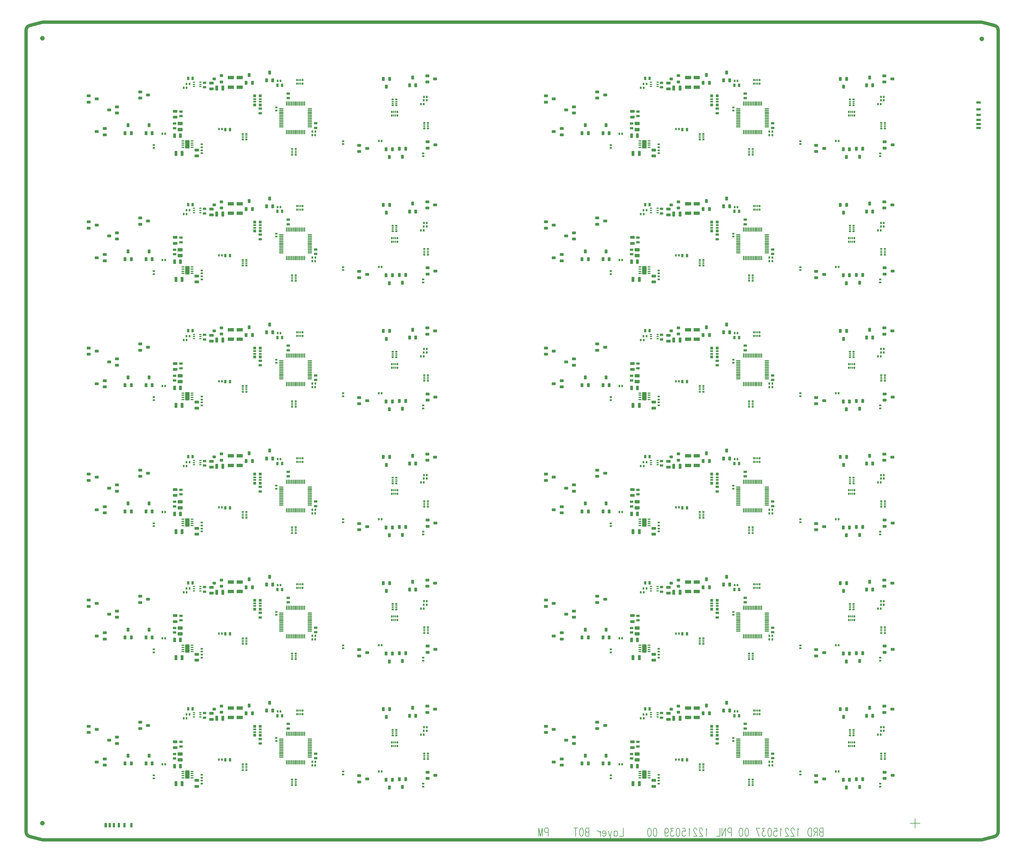
<source format=gbr>
*
G04 Job   : N:\Projects\taras004\P08330\C0154134_4FHM\4-way_FHM_main\Panel_12215039\12215039.pnl*
G04 User  : UA220006:taras004*
G04 Layer : SolderPasteBot.gbr*
G04 Date  : Tue Aug 20 10:27:18 2024*
G04 Expedition Layer: Solder Paste - Bottom*
%ICAS*%
%MOIN*%
%FSDAX24Y24*%
%OFA0.0000B0.0000*%
G90*
G74*
%AMVB_RCRECTANGLE*
$3=$3X2*
21,1,$1-$3,$2,0,0,0*
21,1,$1,$2-$3,0,0,0*
$1=$1/2*
$2=$2/2*
$3=$3/2*
$1=$1-$3*
$2=$2-$3*
1,1,$3X2,0-$1,0-$2*
1,1,$3X2,0-$1,$2*
1,1,$3X2,$1,$2*
1,1,$3X2,$1,0-$2*
%
%ADD11C,0.00787*%
%ADD10C,0.03937*%
%ADD21VB_RCRECTANGLE,0.02362X0.01181X0.00197*%
%ADD26VB_RCRECTANGLE,0.01181X0.02362X0.00197*%
%ADD24VB_RCRECTANGLE,0.02362X0.01575X0.00197*%
%ADD22VB_RCRECTANGLE,0.02362X0.01772X0.00197*%
%ADD27VB_RCRECTANGLE,0.01772X0.02362X0.00197*%
%ADD18VB_RCRECTANGLE,0.02756X0.01969X0.00197*%
%ADD20VB_RCRECTANGLE,0.01969X0.02756X0.00197*%
%ADD14VB_RCRECTANGLE,0.03150X0.01575X0.00197*%
%ADD73VB_RCRECTANGLE,0.03543X0.01969X0.00197*%
%ADD30VB_RCRECTANGLE,0.03543X0.03150X0.00197*%
%ADD19VB_RCRECTANGLE,0.03937X0.02756X0.00197*%
%ADD23VB_RCRECTANGLE,0.02756X0.03937X0.00197*%
%ADD29VB_RCRECTANGLE,0.03937X0.03150X0.00197*%
%ADD12VB_RCRECTANGLE,0.04724X0.03150X0.00197*%
%ADD13VB_RCRECTANGLE,0.03150X0.04724X0.00197*%
%ADD70VB_RCRECTANGLE,0.05118X0.01181X0.00197*%
%ADD71VB_RCRECTANGLE,0.01181X0.05118X0.00197*%
%ADD17VB_RCRECTANGLE,0.05118X0.03150X0.00197*%
%ADD72VB_RCRECTANGLE,0.03150X0.05118X0.00197*%
%ADD25VB_RCRECTANGLE,0.03150X0.05906X0.00197*%
%ADD16VB_RCRECTANGLE,0.05906X0.03937X0.00197*%
%ADD28VB_RCRECTANGLE,0.07283X0.04134X0.00197*%
%ADD15VB_RCRECTANGLE,0.05118X0.09843X0.00197*%
G01*
G36*
X-105000Y-000283D02*
G03X-104961Y-000285I000039J000283D01*
X-104675Y000000J000285*
X-104678Y000039I000286*
G01X-104921*
Y000283*
G03X-104961Y000285I000040J000283*
X-105246Y000000J000285*
X-105243Y-000039I000285*
G01X-105000*
Y-000283*
Y000283D02*
Y000039D01*
X-105243*
G03X-105246Y000000I000282J000039*
X-104961Y-000285I000285*
X-104921Y-000283J000285*
G01Y-000039*
X-104678*
G03X-104675Y000000I000283J000039*
X-104961Y000285I000286*
X-105000Y000283J000285*
G01Y094205D02*
G03X-104961Y094203I000039J000283D01*
X-104675Y094488J000285*
X-104678Y094528I000286*
G01X-104921*
Y094771*
G03X-104961Y094774I000040J000283*
X-105246Y094488J000286*
X-105243Y094449I000285*
G01X-105000*
Y094205*
Y094771D02*
Y094528D01*
X-105243*
G03X-105246Y094488I000282J000040*
X-104961Y094203I000285*
X-104921Y094205J000285*
G01Y094449*
X-104678*
G03X-104675Y094488I000283J000039*
X-104961Y094774I000286*
X-105000Y094771J000286*
G01X-097480Y-000512D02*
X-097205D01*
Y000039*
X-097480*
Y-000512*
X-097008D02*
X-096732D01*
Y000039*
X-097008*
Y-000512*
X-096496D02*
X-096220D01*
Y000039*
X-096496*
Y-000512*
X-095906D02*
X-095630D01*
Y000039*
X-095906*
Y-000512*
X-095236D02*
X-094961D01*
Y000039*
X-095236*
Y-000512*
X-094409D02*
X-094134D01*
Y000039*
X-094409*
Y-000512*
X007362Y083543D02*
X007913D01*
Y083819*
X007362*
Y083543*
Y084016D02*
X007913D01*
Y084291*
X007362*
Y084016*
Y084528D02*
X007913D01*
Y084803*
X007362*
Y084528*
Y085118D02*
X007913D01*
Y085394*
X007362*
Y085118*
Y085787D02*
X007913D01*
Y086063*
X007362*
Y085787*
Y086614D02*
X007913D01*
Y086890*
X007362*
Y086614*
X007992Y094127D02*
G03X008031Y094124I000039J000282D01*
X008317Y094409J000285*
X008314Y094449I000286*
G01X008071*
Y094692*
G03X008031Y094695I000040J000283*
X007746Y094409J000286*
X007749Y094370I000285*
G01X007992*
Y094127*
Y094692D02*
Y094449D01*
X007749*
G03X007746Y094409I000282J000040*
X008031Y094124I000285*
X008071Y094127J000285*
G01Y094370*
X008314*
G03X008317Y094409I000283J000039*
X008031Y094695I000286*
X007992Y094692J000286*
G37*
G54D10*
G01X-038819Y-002008D02*
X-104914D01*
G02X-105068Y-001987J000591*
G01X-106492Y-001602*
G02X-106929Y-001032I000154J000570*
G01Y-001031*
Y095449*
G02X-106488Y096020I000590*
G01X-105067Y096398*
G02X-104916Y096417I000151J000572*
X-104913J000591*
G01X007992*
G02X008142Y096398I000001J000590*
G01X009563Y096024*
G02X010000Y095453I000154J000571*
G01Y-001031*
Y-001032*
G02X009563Y-001602I000591*
G01X008151Y-001987*
G02X007995Y-002008I000156J000570*
G01X-038819*
G54D11*
X-044825Y-001575D02*
Y-000591D01*
X-045044Y-001575*
X-045264Y-000591*
Y-001575*
X-044136D02*
Y-000591D01*
X-044418*
X-044512Y-000650*
X-044543Y-000695*
X-044575Y-000784*
Y-000919*
X-044543Y-001023*
X-044512Y-001068*
X-044418Y-001113*
X-044136*
X-040812Y-000591D02*
Y-001575D01*
X-040593Y-000591D02*
X-041031D01*
X-040061D02*
X-040008Y-000650D01*
X-039956Y-000740*
X-039925Y-000829*
X-039904Y-000963*
Y-001202*
X-039925Y-001336*
X-039956Y-001441*
X-040008Y-001530*
X-040061Y-001575*
X-040175*
X-040228Y-001530*
X-040290Y-001441*
X-040311Y-001336*
X-040342Y-001202*
Y-000963*
X-040311Y-000829*
X-040290Y-000740*
X-040228Y-000650*
X-040175Y-000591*
X-040061*
X-039215Y-001068D02*
X-039497D01*
X-039591Y-001113*
X-039622Y-001157*
X-039653Y-001247*
Y-001396*
X-039622Y-001485*
X-039591Y-001530*
X-039497Y-001575*
X-039215*
Y-000591*
X-039497*
X-039591Y-000650*
X-039622Y-000695*
X-039653Y-000784*
Y-000874*
X-039622Y-000963*
X-039591Y-001023*
X-039497Y-001068*
X-037837Y-001202D02*
X-037889Y-001068D01*
X-037994Y-000978*
X-038108Y-000934*
X-038275*
X-037837D02*
Y-001575D01*
X-037148Y-001202D02*
X-037587D01*
Y-001113*
X-037555Y-001023*
X-037513Y-000978*
X-037440Y-000934*
X-037326*
X-037252Y-000978*
X-037179Y-001068*
X-037148Y-001202*
Y-001306*
X-037179Y-001441*
X-037252Y-001530*
X-037326Y-001575*
X-037440*
X-037513Y-001530*
X-037587Y-001441*
X-036898Y-000934D02*
X-036689Y-001575D01*
X-036626Y-001769*
X-036553Y-001858*
X-036490Y-001903*
X-036459*
X-036490Y-000934D02*
X-036689Y-001575D01*
X-036209Y-001068D02*
X-036136Y-000978D01*
X-036062Y-000934*
X-035948*
X-035875Y-000978*
X-035801Y-001068*
X-035770Y-001202*
Y-001306*
X-035801Y-001441*
X-035875Y-001530*
X-035948Y-001575*
X-036062*
X-036136Y-001530*
X-036209Y-001441*
Y-000934D02*
Y-001575D01*
X-035081Y-000591D02*
Y-001575D01*
X-035520*
X-031922Y-000605D02*
X-031828Y-000650D01*
X-031766Y-000784*
X-031734Y-001023*
Y-001157*
X-031766Y-001396*
X-031828Y-001530*
X-031922Y-001575*
X-031985*
X-032079Y-001530*
X-032141Y-001396*
X-032173Y-001157*
Y-001023*
X-032141Y-000784*
X-032079Y-000650*
X-031985Y-000605*
X-031922*
X-031233D02*
X-031139Y-000650D01*
X-031077Y-000784*
X-031045Y-001023*
Y-001157*
X-031077Y-001396*
X-031139Y-001530*
X-031233Y-001575*
X-031296*
X-031390Y-001530*
X-031452Y-001396*
X-031484Y-001157*
Y-001023*
X-031452Y-000784*
X-031390Y-000650*
X-031296Y-000605*
X-031233*
X-030106Y-000919D02*
X-030075Y-001068D01*
X-030012Y-001157*
X-029897Y-001202*
X-029866*
X-029761Y-001157*
X-029699Y-001068*
X-029667Y-000919*
Y-000874*
X-029699Y-000740*
X-029761Y-000650*
X-029866Y-000605*
X-029897*
X-030012Y-000650*
X-030075Y-000740*
X-030106Y-000919*
Y-001157*
X-030075Y-001396*
X-030012Y-001530*
X-029897Y-001575*
X-029834*
X-029730Y-001530*
X-029699Y-001441*
X-029041Y-000605D02*
X-029386D01*
X-029198Y-000978*
X-029292*
X-029354Y-001023*
X-029386Y-001068*
X-029417Y-001202*
Y-001306*
X-029386Y-001441*
X-029323Y-001530*
X-029229Y-001575*
X-029135*
X-029041Y-001530*
X-029010Y-001485*
X-028978Y-001396*
X-028477Y-000605D02*
X-028383Y-000650D01*
X-028321Y-000784*
X-028289Y-001023*
Y-001157*
X-028321Y-001396*
X-028383Y-001530*
X-028477Y-001575*
X-028540*
X-028634Y-001530*
X-028697Y-001396*
X-028728Y-001157*
Y-001023*
X-028697Y-000784*
X-028634Y-000650*
X-028540Y-000605*
X-028477*
X-027976D02*
X-027663D01*
X-027632Y-001023*
X-027663Y-000978*
X-027757Y-000934*
X-027851*
X-027945Y-000978*
X-028008Y-001068*
X-028039Y-001202*
Y-001306*
X-028008Y-001441*
X-027945Y-001530*
X-027851Y-001575*
X-027757*
X-027663Y-001530*
X-027632Y-001485*
X-027601Y-001396*
X-027079Y-000784D02*
X-027120Y-000740D01*
X-027173Y-000605*
Y-001575*
X-026254Y-000829D02*
Y-000784D01*
X-026285Y-000695*
X-026317Y-000650*
X-026379Y-000591*
X-026504*
X-026567Y-000650*
X-026598Y-000695*
X-026630Y-000784*
Y-000874*
X-026598Y-000963*
X-026536Y-001113*
X-026223Y-001575*
X-026661*
X-025565Y-000829D02*
Y-000784D01*
X-025596Y-000695*
X-025628Y-000650*
X-025690Y-000591*
X-025816*
X-025878Y-000650*
X-025909Y-000695*
X-025941Y-000784*
Y-000874*
X-025909Y-000963*
X-025847Y-001113*
X-025534Y-001575*
X-025972*
X-025012Y-000784D02*
X-025053Y-000740D01*
X-025106Y-000605*
Y-001575*
X-023467Y-000591D02*
Y-001575D01*
X-023905*
X-022778D02*
Y-000591D01*
X-023216Y-001575*
Y-000591*
X-022089Y-001575D02*
Y-000591D01*
X-022371*
X-022465Y-000650*
X-022496Y-000695*
X-022527Y-000784*
Y-000919*
X-022496Y-001023*
X-022465Y-001068*
X-022371Y-001113*
X-022089*
X-020899Y-000605D02*
X-020805Y-000650D01*
X-020742Y-000784*
X-020711Y-001023*
Y-001157*
X-020742Y-001396*
X-020805Y-001530*
X-020899Y-001575*
X-020961*
X-021055Y-001530*
X-021118Y-001396*
X-021149Y-001157*
Y-001023*
X-021118Y-000784*
X-021055Y-000650*
X-020961Y-000605*
X-020899*
X-020210D02*
X-020116Y-000650D01*
X-020053Y-000784*
X-020022Y-001023*
Y-001157*
X-020053Y-001396*
X-020116Y-001530*
X-020210Y-001575*
X-020272*
X-020366Y-001530*
X-020429Y-001396*
X-020460Y-001157*
Y-001023*
X-020429Y-000784*
X-020366Y-000650*
X-020272Y-000605*
X-020210*
X-018644D02*
X-019082D01*
X-018769Y-001575*
X-018018Y-000605D02*
X-018362D01*
X-018174Y-000978*
X-018268*
X-018331Y-001023*
X-018362Y-001068*
X-018394Y-001202*
Y-001306*
X-018362Y-001441*
X-018300Y-001530*
X-018206Y-001575*
X-018112*
X-018018Y-001530*
X-017986Y-001485*
X-017955Y-001396*
X-017454Y-000605D02*
X-017360Y-000650D01*
X-017297Y-000784*
X-017266Y-001023*
Y-001157*
X-017297Y-001396*
X-017360Y-001530*
X-017454Y-001575*
X-017517*
X-017611Y-001530*
X-017673Y-001396*
X-017705Y-001157*
Y-001023*
X-017673Y-000784*
X-017611Y-000650*
X-017517Y-000605*
X-017454*
X-016953D02*
X-016640D01*
X-016608Y-001023*
X-016640Y-000978*
X-016734Y-000934*
X-016828*
X-016922Y-000978*
X-016984Y-001068*
X-017016Y-001202*
Y-001306*
X-016984Y-001441*
X-016922Y-001530*
X-016828Y-001575*
X-016734*
X-016640Y-001530*
X-016608Y-001485*
X-016577Y-001396*
X-016055Y-000784D02*
X-016097Y-000740D01*
X-016149Y-000605*
Y-001575*
X-015231Y-000829D02*
Y-000784D01*
X-015262Y-000695*
X-015293Y-000650*
X-015356Y-000591*
X-015481*
X-015544Y-000650*
X-015575Y-000695*
X-015606Y-000784*
Y-000874*
X-015575Y-000963*
X-015512Y-001113*
X-015199Y-001575*
X-015638*
X-014542Y-000829D02*
Y-000784D01*
X-014573Y-000695*
X-014604Y-000650*
X-014667Y-000591*
X-014792*
X-014855Y-000650*
X-014886Y-000695*
X-014917Y-000784*
Y-000874*
X-014886Y-000963*
X-014823Y-001113*
X-014510Y-001575*
X-014949*
X-013988Y-000784D02*
X-014030Y-000740D01*
X-014082Y-000605*
Y-001575*
X-012443Y-000591D02*
X-012663D01*
X-012757Y-000650*
X-012819Y-000740*
X-012850Y-000829*
X-012882Y-000963*
Y-001202*
X-012850Y-001336*
X-012819Y-001441*
X-012757Y-001530*
X-012663Y-001575*
X-012443*
Y-000591*
X-011974Y-001068D02*
X-012193Y-001575D01*
X-011754D02*
Y-000591D01*
X-012036*
X-012130Y-000650*
X-012162Y-000695*
X-012193Y-000784*
Y-000874*
X-012162Y-000963*
X-012130Y-001023*
X-012036Y-001068*
X-011754*
X-011065D02*
X-011347D01*
X-011441Y-001113*
X-011473Y-001157*
X-011504Y-001247*
Y-001396*
X-011473Y-001485*
X-011441Y-001530*
X-011347Y-001575*
X-011065*
Y-000591*
X-011347*
X-011441Y-000650*
X-011473Y-000695*
X-011504Y-000784*
Y-000874*
X-011473Y-000963*
X-011441Y-001023*
X-011347Y-001068*
X-000591Y000000D02*
X000591D01*
X000000Y000591D02*
Y-000591D01*
G54D12*
X-099378Y010919D03*
Y011667D03*
Y026096D03*
Y026844D03*
Y041273D03*
Y042021D03*
Y056450D03*
Y057198D03*
Y071628D03*
Y072376D03*
Y086805D03*
Y087553D03*
X-098433Y011293D03*
Y026470D03*
Y041647D03*
Y056824D03*
Y072002D03*
Y087179D03*
X-098417Y007362D03*
Y022539D03*
Y037717D03*
Y052894D03*
Y068071D03*
Y083248D03*
X-097472Y006988D03*
Y007736D03*
Y022165D03*
Y022913D03*
Y037343D03*
Y038091D03*
Y052520D03*
Y053268D03*
Y067697D03*
Y068445D03*
Y082874D03*
Y083622D03*
X-096941Y009980D03*
Y025157D03*
Y040335D03*
Y055512D03*
Y070689D03*
Y085866D03*
X-095996Y009606D03*
Y010354D03*
Y024783D03*
Y025531D03*
Y039961D03*
Y040709D03*
Y055138D03*
Y055886D03*
Y070315D03*
Y071063D03*
Y085492D03*
Y086240D03*
X-093189Y011396D03*
Y012144D03*
Y026573D03*
Y027321D03*
Y041750D03*
Y042498D03*
Y056927D03*
Y057675D03*
Y072105D03*
Y072853D03*
Y087282D03*
Y088030D03*
X-092244Y011770D03*
Y026947D03*
Y042124D03*
Y057301D03*
Y072479D03*
Y087656D03*
X-066850Y004961D03*
Y005709D03*
Y020138D03*
Y020886D03*
Y035315D03*
Y036063D03*
Y050492D03*
Y051240D03*
Y065669D03*
Y066417D03*
Y080846D03*
Y081594D03*
X-065906Y005335D03*
Y020512D03*
Y035689D03*
Y050866D03*
Y066043D03*
Y081220D03*
X-058661Y013338D03*
Y014086D03*
Y028515D03*
Y029263D03*
Y043692D03*
Y044440D03*
Y058869D03*
Y059617D03*
Y074046D03*
Y074794D03*
Y089223D03*
Y089971D03*
X-058622Y005386D03*
Y006134D03*
Y020563D03*
Y021311D03*
Y035740D03*
Y036488D03*
Y050917D03*
Y051665D03*
Y066094D03*
Y066843D03*
Y081272D03*
Y082020D03*
X-057717Y013712D03*
Y028889D03*
Y044066D03*
Y059243D03*
Y074420D03*
Y089597D03*
X-057677Y005760D03*
Y020937D03*
Y036114D03*
Y051291D03*
Y066469D03*
Y081646D03*
X-044404Y010919D03*
Y011667D03*
Y026096D03*
Y026844D03*
Y041273D03*
Y042021D03*
Y056450D03*
Y057198D03*
Y071628D03*
Y072376D03*
Y086805D03*
Y087553D03*
X-043459Y011293D03*
Y026470D03*
Y041647D03*
Y056824D03*
Y072002D03*
Y087179D03*
X-043443Y007362D03*
Y022539D03*
Y037717D03*
Y052894D03*
Y068071D03*
Y083248D03*
X-042498Y006988D03*
Y007736D03*
Y022165D03*
Y022913D03*
Y037343D03*
Y038091D03*
Y052520D03*
Y053268D03*
Y067697D03*
Y068445D03*
Y082874D03*
Y083622D03*
X-041967Y009980D03*
Y025157D03*
Y040335D03*
Y055512D03*
Y070689D03*
Y085866D03*
X-041022Y009606D03*
Y010354D03*
Y024783D03*
Y025531D03*
Y039961D03*
Y040709D03*
Y055138D03*
Y055886D03*
Y070315D03*
Y071063D03*
Y085492D03*
Y086240D03*
X-038215Y011396D03*
Y012144D03*
Y026573D03*
Y027321D03*
Y041750D03*
Y042498D03*
Y056927D03*
Y057675D03*
Y072105D03*
Y072853D03*
Y087282D03*
Y088030D03*
X-037270Y011770D03*
Y026947D03*
Y042124D03*
Y057301D03*
Y072479D03*
Y087656D03*
X-011876Y004961D03*
Y005709D03*
Y020138D03*
Y020886D03*
Y035315D03*
Y036063D03*
Y050492D03*
Y051240D03*
Y065669D03*
Y066417D03*
Y080846D03*
Y081594D03*
X-010931Y005335D03*
Y020512D03*
Y035689D03*
Y050866D03*
Y066043D03*
Y081220D03*
X-003687Y013338D03*
Y014086D03*
Y028515D03*
Y029263D03*
Y043692D03*
Y044440D03*
Y058869D03*
Y059617D03*
Y074046D03*
Y074794D03*
Y089223D03*
Y089971D03*
X-003648Y005386D03*
Y006134D03*
Y020563D03*
Y021311D03*
Y035740D03*
Y036488D03*
Y050917D03*
Y051665D03*
Y066094D03*
Y066843D03*
Y081272D03*
Y082020D03*
X-002742Y013712D03*
Y028889D03*
Y044066D03*
Y059243D03*
Y074420D03*
Y089597D03*
X-002703Y005760D03*
Y020937D03*
Y036114D03*
Y051291D03*
Y066469D03*
Y081646D03*
G54D13*
X-095021Y007179D03*
Y022356D03*
Y037533D03*
Y052710D03*
Y067887D03*
Y083065D03*
X-094647Y008124D03*
Y023301D03*
Y038478D03*
Y053655D03*
Y068832D03*
Y084010D03*
X-094273Y007179D03*
Y022356D03*
Y037533D03*
Y052710D03*
Y067887D03*
Y083065D03*
X-092502Y007179D03*
Y022356D03*
Y037533D03*
Y052710D03*
Y067887D03*
Y083065D03*
X-092128Y008124D03*
Y023301D03*
Y038478D03*
Y053655D03*
Y068832D03*
Y084010D03*
X-091754Y007179D03*
Y022356D03*
Y037533D03*
Y052710D03*
Y067887D03*
Y083065D03*
X-080453Y013228D03*
Y028406D03*
Y043583D03*
Y058760D03*
Y073937D03*
Y089114D03*
X-080079Y014173D03*
Y029350D03*
Y044528D03*
Y059705D03*
Y074882D03*
Y090059D03*
X-079705Y013228D03*
Y028406D03*
Y043583D03*
Y058760D03*
Y073937D03*
Y089114D03*
X-078006Y013543D03*
Y028720D03*
Y043898D03*
Y059075D03*
Y074252D03*
Y089429D03*
X-077632Y014488D03*
Y029665D03*
Y044843D03*
Y060020D03*
Y075197D03*
Y090374D03*
X-077258Y013543D03*
Y028720D03*
Y043898D03*
Y059075D03*
Y074252D03*
Y089429D03*
X-063957Y013720D03*
Y028898D03*
Y044075D03*
Y059252D03*
Y074429D03*
Y089606D03*
X-063610Y005240D03*
Y020417D03*
Y035594D03*
Y050772D03*
Y065949D03*
Y081126D03*
X-063583Y012776D03*
Y027953D03*
Y043130D03*
Y058307D03*
Y073484D03*
Y088661D03*
X-063236Y004295D03*
Y019472D03*
Y034650D03*
Y049827D03*
Y065004D03*
Y080181D03*
X-063209Y013720D03*
Y028898D03*
Y044075D03*
Y059252D03*
Y074429D03*
Y089606D03*
X-062862Y005240D03*
Y020417D03*
Y035594D03*
Y050772D03*
Y065949D03*
Y081126D03*
X-062020Y005295D03*
Y020472D03*
Y035650D03*
Y050827D03*
Y066004D03*
Y081181D03*
X-061646Y004350D03*
Y019528D03*
Y034705D03*
Y049882D03*
Y065059D03*
Y080236D03*
X-061272Y005295D03*
Y020472D03*
Y035650D03*
Y050827D03*
Y066004D03*
Y081181D03*
X-060800Y012931D03*
Y028108D03*
Y043285D03*
Y058463D03*
Y073640D03*
Y088817D03*
X-060426Y013876D03*
Y029053D03*
Y044230D03*
Y059407D03*
Y074585D03*
Y089762D03*
X-060052Y012931D03*
Y028108D03*
Y043285D03*
Y058463D03*
Y073640D03*
Y088817D03*
X-040047Y007179D03*
Y022356D03*
Y037533D03*
Y052710D03*
Y067887D03*
Y083065D03*
X-039673Y008124D03*
Y023301D03*
Y038478D03*
Y053655D03*
Y068832D03*
Y084010D03*
X-039299Y007179D03*
Y022356D03*
Y037533D03*
Y052710D03*
Y067887D03*
Y083065D03*
X-037527Y007179D03*
Y022356D03*
Y037533D03*
Y052710D03*
Y067887D03*
Y083065D03*
X-037153Y008124D03*
Y023301D03*
Y038478D03*
Y053655D03*
Y068832D03*
Y084010D03*
X-036779Y007179D03*
Y022356D03*
Y037533D03*
Y052710D03*
Y067887D03*
Y083065D03*
X-025478Y013228D03*
Y028406D03*
Y043583D03*
Y058760D03*
Y073937D03*
Y089114D03*
X-025104Y014173D03*
Y029350D03*
Y044528D03*
Y059705D03*
Y074882D03*
Y090059D03*
X-024730Y013228D03*
Y028406D03*
Y043583D03*
Y058760D03*
Y073937D03*
Y089114D03*
X-023032Y013543D03*
Y028720D03*
Y043898D03*
Y059075D03*
Y074252D03*
Y089429D03*
X-022658Y014488D03*
Y029665D03*
Y044843D03*
Y060020D03*
Y075197D03*
Y090374D03*
X-022284Y013543D03*
Y028720D03*
Y043898D03*
Y059075D03*
Y074252D03*
Y089429D03*
X-008982Y013720D03*
Y028898D03*
Y044075D03*
Y059252D03*
Y074429D03*
Y089606D03*
X-008636Y005240D03*
Y020417D03*
Y035594D03*
Y050772D03*
Y065949D03*
Y081126D03*
X-008608Y012776D03*
Y027953D03*
Y043130D03*
Y058307D03*
Y073484D03*
Y088661D03*
X-008262Y004295D03*
Y019472D03*
Y034650D03*
Y049827D03*
Y065004D03*
Y080181D03*
X-008234Y013720D03*
Y028898D03*
Y044075D03*
Y059252D03*
Y074429D03*
Y089606D03*
X-007888Y005240D03*
Y020417D03*
Y035594D03*
Y050772D03*
Y065949D03*
Y081126D03*
X-007045Y005295D03*
Y020472D03*
Y035650D03*
Y050827D03*
Y066004D03*
Y081181D03*
X-006671Y004350D03*
Y019528D03*
Y034705D03*
Y049882D03*
Y065059D03*
Y080236D03*
X-006297Y005295D03*
Y020472D03*
Y035650D03*
Y050827D03*
Y066004D03*
Y081181D03*
X-005826Y012931D03*
Y028108D03*
Y043285D03*
Y058463D03*
Y073640D03*
Y088817D03*
X-005452Y013876D03*
Y029053D03*
Y044230D03*
Y059407D03*
Y074585D03*
Y089762D03*
X-005078Y012931D03*
Y028108D03*
Y043285D03*
Y058463D03*
Y073640D03*
Y088817D03*
G54D14*
X-088071Y005467D03*
Y005722D03*
Y005978D03*
Y006234D03*
Y020644D03*
Y020900D03*
Y021156D03*
Y021411D03*
Y035821D03*
Y036077D03*
Y036333D03*
Y036589D03*
Y050998D03*
Y051254D03*
Y051510D03*
Y051766D03*
Y066175D03*
Y066431D03*
Y066687D03*
Y066943D03*
Y081352D03*
Y081608D03*
Y081864D03*
Y082120D03*
X-086969Y005467D03*
Y005722D03*
Y005978D03*
Y006234D03*
Y020644D03*
Y020900D03*
Y021156D03*
Y021411D03*
Y035821D03*
Y036077D03*
Y036333D03*
Y036589D03*
Y050998D03*
Y051254D03*
Y051510D03*
Y051766D03*
Y066175D03*
Y066431D03*
Y066687D03*
Y066943D03*
Y081352D03*
Y081608D03*
Y081864D03*
Y082120D03*
X-033096Y005467D03*
Y005722D03*
Y005978D03*
Y006234D03*
Y020644D03*
Y020900D03*
Y021156D03*
Y021411D03*
Y035821D03*
Y036077D03*
Y036333D03*
Y036589D03*
Y050998D03*
Y051254D03*
Y051510D03*
Y051766D03*
Y066175D03*
Y066431D03*
Y066687D03*
Y066943D03*
Y081352D03*
Y081608D03*
Y081864D03*
Y082120D03*
X-031994Y005467D03*
Y005722D03*
Y005978D03*
Y006234D03*
Y020644D03*
Y020900D03*
Y021156D03*
Y021411D03*
Y035821D03*
Y036077D03*
Y036333D03*
Y036589D03*
Y050998D03*
Y051254D03*
Y051510D03*
Y051766D03*
Y066175D03*
Y066431D03*
Y066687D03*
Y066943D03*
Y081352D03*
Y081608D03*
Y081864D03*
Y082120D03*
G54D15*
X-087520Y005850D03*
Y021028D03*
Y036205D03*
Y051382D03*
Y066559D03*
Y081736D03*
X-032545Y005850D03*
Y021028D03*
Y036205D03*
Y051382D03*
Y066559D03*
Y081736D03*
G54D16*
X-088386Y007618D03*
Y008327D03*
Y022795D03*
Y023504D03*
Y037972D03*
Y038681D03*
Y053150D03*
Y053858D03*
Y068327D03*
Y069035D03*
Y083504D03*
Y084213D03*
X-033411Y007618D03*
Y008327D03*
Y022795D03*
Y023504D03*
Y037972D03*
Y038681D03*
Y053150D03*
Y053858D03*
Y068327D03*
Y069035D03*
Y083504D03*
Y084213D03*
G54D17*
X-088976Y009095D03*
Y009803D03*
Y024272D03*
Y024981D03*
Y039449D03*
Y040158D03*
Y054626D03*
Y055335D03*
Y069803D03*
Y070512D03*
Y084981D03*
Y085689D03*
X-086401Y004439D03*
Y005147D03*
Y019616D03*
Y020324D03*
Y034793D03*
Y035502D03*
Y049970D03*
Y050679D03*
Y065147D03*
Y065856D03*
Y080324D03*
Y081033D03*
X-084626Y012500D03*
Y013209D03*
Y027677D03*
Y028386D03*
Y042854D03*
Y043563D03*
Y058031D03*
Y058740D03*
Y073209D03*
Y073917D03*
Y088386D03*
Y089094D03*
X-034002Y009095D03*
Y009803D03*
Y024272D03*
Y024981D03*
Y039449D03*
Y040158D03*
Y054626D03*
Y055335D03*
Y069803D03*
Y070512D03*
Y084981D03*
Y085689D03*
X-031427Y004439D03*
Y005147D03*
Y019616D03*
Y020324D03*
Y034793D03*
Y035502D03*
Y049970D03*
Y050679D03*
Y065147D03*
Y065856D03*
Y080324D03*
Y081033D03*
X-029652Y012500D03*
Y013209D03*
Y027677D03*
Y028386D03*
Y042854D03*
Y043563D03*
Y058031D03*
Y058740D03*
Y073209D03*
Y073917D03*
Y088386D03*
Y089094D03*
G54D18*
X-091575Y005394D03*
Y005748D03*
Y020571D03*
Y020925D03*
Y035748D03*
Y036102D03*
Y050925D03*
Y051280D03*
Y066102D03*
Y066457D03*
Y081280D03*
Y081634D03*
X-085787Y004764D03*
Y005118D03*
Y005472D03*
Y005827D03*
Y019941D03*
Y020295D03*
Y020650D03*
Y021004D03*
Y035118D03*
Y035472D03*
Y035827D03*
Y036181D03*
Y050295D03*
Y050650D03*
Y051004D03*
Y051358D03*
Y065472D03*
Y065827D03*
Y066181D03*
Y066535D03*
Y080650D03*
Y081004D03*
Y081358D03*
Y081713D03*
X-076827Y009906D03*
Y010260D03*
Y025083D03*
Y025438D03*
Y040260D03*
Y040615D03*
Y055438D03*
Y055792D03*
Y070615D03*
Y070969D03*
Y085792D03*
Y086146D03*
X-068780Y005866D03*
Y006220D03*
Y021043D03*
Y021398D03*
Y036220D03*
Y036575D03*
Y051398D03*
Y051752D03*
Y066575D03*
Y066929D03*
Y081752D03*
Y082106D03*
X-059167Y004390D03*
Y004745D03*
Y019567D03*
Y019922D03*
Y034745D03*
Y035099D03*
Y049922D03*
Y050276D03*
Y065099D03*
Y065453D03*
Y080276D03*
Y080630D03*
X-036600Y005394D03*
Y005748D03*
Y020571D03*
Y020925D03*
Y035748D03*
Y036102D03*
Y050925D03*
Y051280D03*
Y066102D03*
Y066457D03*
Y081280D03*
Y081634D03*
X-030813Y004764D03*
Y005118D03*
Y005472D03*
Y005827D03*
Y019941D03*
Y020295D03*
Y020650D03*
Y021004D03*
Y035118D03*
Y035472D03*
Y035827D03*
Y036181D03*
Y050295D03*
Y050650D03*
Y051004D03*
Y051358D03*
Y065472D03*
Y065827D03*
Y066181D03*
Y066535D03*
Y080650D03*
Y081004D03*
Y081358D03*
Y081713D03*
X-021852Y009906D03*
Y010260D03*
Y025083D03*
Y025438D03*
Y040260D03*
Y040615D03*
Y055438D03*
Y055792D03*
Y070615D03*
Y070969D03*
Y085792D03*
Y086146D03*
X-013805Y005866D03*
Y006220D03*
Y021043D03*
Y021398D03*
Y036220D03*
Y036575D03*
Y051398D03*
Y051752D03*
Y066575D03*
Y066929D03*
Y081752D03*
Y082106D03*
X-004193Y004390D03*
Y004745D03*
Y019567D03*
Y019922D03*
Y034745D03*
Y035099D03*
Y049922D03*
Y050276D03*
Y065099D03*
Y065453D03*
Y080276D03*
Y080630D03*
G54D19*
X-089055Y007776D03*
Y008327D03*
Y022953D03*
Y023504D03*
Y038130D03*
Y038681D03*
Y053307D03*
Y053858D03*
Y068484D03*
Y069035D03*
Y083661D03*
Y084213D03*
X-088307Y009232D03*
Y009783D03*
Y024409D03*
Y024961D03*
Y039587D03*
Y040138D03*
Y054764D03*
Y055315D03*
Y069941D03*
Y070492D03*
Y085118D03*
Y085669D03*
X-085472Y012697D03*
Y013248D03*
Y027874D03*
Y028425D03*
Y043051D03*
Y043602D03*
Y058228D03*
Y058780D03*
Y073406D03*
Y073957D03*
Y088583D03*
Y089134D03*
X-078760Y009587D03*
Y010138D03*
Y024764D03*
Y025315D03*
Y039941D03*
Y040492D03*
Y055118D03*
Y055669D03*
Y070295D03*
Y070846D03*
Y085472D03*
Y086024D03*
X-075394Y011398D03*
Y011949D03*
Y026575D03*
Y027126D03*
Y041752D03*
Y042303D03*
Y056929D03*
Y057480D03*
Y072106D03*
Y072657D03*
Y087283D03*
Y087835D03*
X-072106Y007812D03*
Y008363D03*
Y022989D03*
Y023540D03*
Y038166D03*
Y038717D03*
Y053343D03*
Y053894D03*
Y068520D03*
Y069072D03*
Y083697D03*
Y084249D03*
X-034081Y007776D03*
Y008327D03*
Y022953D03*
Y023504D03*
Y038130D03*
Y038681D03*
Y053307D03*
Y053858D03*
Y068484D03*
Y069035D03*
Y083661D03*
Y084213D03*
X-033333Y009232D03*
Y009783D03*
Y024409D03*
Y024961D03*
Y039587D03*
Y040138D03*
Y054764D03*
Y055315D03*
Y069941D03*
Y070492D03*
Y085118D03*
Y085669D03*
X-030498Y012697D03*
Y013248D03*
Y027874D03*
Y028425D03*
Y043051D03*
Y043602D03*
Y058228D03*
Y058780D03*
Y073406D03*
Y073957D03*
Y088583D03*
Y089134D03*
X-023785Y009587D03*
Y010138D03*
Y024764D03*
Y025315D03*
Y039941D03*
Y040492D03*
Y055118D03*
Y055669D03*
Y070295D03*
Y070846D03*
Y085472D03*
Y086024D03*
X-020419Y011398D03*
Y011949D03*
Y026575D03*
Y027126D03*
Y041752D03*
Y042303D03*
Y056929D03*
Y057480D03*
Y072106D03*
Y072657D03*
Y087283D03*
Y087835D03*
X-017132Y007812D03*
Y008363D03*
Y022989D03*
Y023540D03*
Y038166D03*
Y038717D03*
Y053343D03*
Y053894D03*
Y068520D03*
Y069072D03*
Y083697D03*
Y084249D03*
G54D20*
X-090541Y007089D03*
Y022267D03*
Y037444D03*
Y052621D03*
Y067798D03*
Y082975D03*
X-090187Y007089D03*
Y022267D03*
Y037444D03*
Y052621D03*
Y067798D03*
Y082975D03*
X-087970Y012630D03*
Y027807D03*
Y042984D03*
Y058161D03*
Y073339D03*
Y088516D03*
X-087618Y013091D03*
Y028268D03*
Y043445D03*
Y058622D03*
Y073799D03*
Y088976D03*
X-087616Y012630D03*
Y027807D03*
Y042984D03*
Y058161D03*
Y073339D03*
Y088516D03*
X-087264Y013091D03*
Y028268D03*
Y043445D03*
Y058622D03*
Y073799D03*
Y088976D03*
X-083720Y007657D03*
Y022835D03*
Y038012D03*
Y053189D03*
Y068366D03*
Y083543D03*
X-083366Y007657D03*
Y022835D03*
Y038012D03*
Y053189D03*
Y068366D03*
Y083543D03*
X-076673Y013465D03*
Y028642D03*
Y043819D03*
Y058996D03*
Y074173D03*
Y089350D03*
X-076319Y013465D03*
Y028642D03*
Y043819D03*
Y058996D03*
Y074173D03*
Y089350D03*
X-072500Y006946D03*
Y022123D03*
Y037300D03*
Y052477D03*
Y067654D03*
Y082831D03*
X-072496Y007377D03*
Y022554D03*
Y037731D03*
Y052909D03*
Y068086D03*
Y083263D03*
X-072146Y006946D03*
Y022123D03*
Y037300D03*
Y052477D03*
Y067654D03*
Y082831D03*
X-072142Y007377D03*
Y022554D03*
Y037731D03*
Y052909D03*
Y068086D03*
Y083263D03*
X-064508Y006240D03*
Y021417D03*
Y036594D03*
Y051772D03*
Y066949D03*
Y082126D03*
X-064154Y006240D03*
Y021417D03*
Y036594D03*
Y051772D03*
Y066949D03*
Y082126D03*
X-059441Y010659D03*
Y025837D03*
Y041014D03*
Y056191D03*
Y071368D03*
Y086545D03*
X-059087Y010659D03*
Y025837D03*
Y041014D03*
Y056191D03*
Y071368D03*
Y086545D03*
X-059084Y011122D03*
Y026299D03*
Y041476D03*
Y056654D03*
Y071831D03*
Y087008D03*
X-059075Y011546D03*
Y026723D03*
Y041901D03*
Y057078D03*
Y072255D03*
Y087432D03*
X-058729Y011122D03*
Y026299D03*
Y041476D03*
Y056654D03*
Y071831D03*
Y087008D03*
X-058720Y011546D03*
Y026723D03*
Y041901D03*
Y057078D03*
Y072255D03*
Y087432D03*
X-035567Y007089D03*
Y022267D03*
Y037444D03*
Y052621D03*
Y067798D03*
Y082975D03*
X-035213Y007089D03*
Y022267D03*
Y037444D03*
Y052621D03*
Y067798D03*
Y082975D03*
X-032996Y012630D03*
Y027807D03*
Y042984D03*
Y058161D03*
Y073339D03*
Y088516D03*
X-032644Y013091D03*
Y028268D03*
Y043445D03*
Y058622D03*
Y073799D03*
Y088976D03*
X-032642Y012630D03*
Y027807D03*
Y042984D03*
Y058161D03*
Y073339D03*
Y088516D03*
X-032289Y013091D03*
Y028268D03*
Y043445D03*
Y058622D03*
Y073799D03*
Y088976D03*
X-028746Y007657D03*
Y022835D03*
Y038012D03*
Y053189D03*
Y068366D03*
Y083543D03*
X-028392Y007657D03*
Y022835D03*
Y038012D03*
Y053189D03*
Y068366D03*
Y083543D03*
X-021699Y013465D03*
Y028642D03*
Y043819D03*
Y058996D03*
Y074173D03*
Y089350D03*
X-021344Y013465D03*
Y028642D03*
Y043819D03*
Y058996D03*
Y074173D03*
Y089350D03*
X-017526Y006946D03*
Y022123D03*
Y037300D03*
Y052477D03*
Y067654D03*
Y082831D03*
X-017522Y007377D03*
Y022554D03*
Y037731D03*
Y052909D03*
Y068086D03*
Y083263D03*
X-017171Y006946D03*
Y022123D03*
Y037300D03*
Y052477D03*
Y067654D03*
Y082831D03*
X-017168Y007377D03*
Y022554D03*
Y037731D03*
Y052909D03*
Y068086D03*
Y083263D03*
X-009533Y006240D03*
Y021417D03*
Y036594D03*
Y051772D03*
Y066949D03*
Y082126D03*
X-009179Y006240D03*
Y021417D03*
Y036594D03*
Y051772D03*
Y066949D03*
Y082126D03*
X-004467Y010659D03*
Y025837D03*
Y041014D03*
Y056191D03*
Y071368D03*
Y086545D03*
X-004112Y010659D03*
Y025837D03*
Y041014D03*
Y056191D03*
Y071368D03*
Y086545D03*
X-004109Y011122D03*
Y026299D03*
Y041476D03*
Y056654D03*
Y071831D03*
Y087008D03*
X-004100Y011546D03*
Y026723D03*
Y041901D03*
Y057078D03*
Y072255D03*
Y087432D03*
X-003755Y011122D03*
Y026299D03*
Y041476D03*
Y056654D03*
Y071831D03*
Y087008D03*
X-003746Y011546D03*
Y026723D03*
Y041901D03*
Y057078D03*
Y072255D03*
Y087432D03*
G54D21*
X-080858Y006648D03*
Y006848D03*
Y021825D03*
Y022026D03*
Y037002D03*
Y037203D03*
Y052179D03*
Y052380D03*
Y067356D03*
Y067557D03*
Y082533D03*
Y082734D03*
X-080425Y006648D03*
Y006848D03*
Y021825D03*
Y022026D03*
Y037002D03*
Y037203D03*
Y052179D03*
Y052380D03*
Y067356D03*
Y067557D03*
Y082533D03*
Y082734D03*
X-074929Y004821D03*
Y005022D03*
Y019998D03*
Y020199D03*
Y035175D03*
Y035376D03*
Y050352D03*
Y050553D03*
Y065530D03*
Y065730D03*
Y080707D03*
Y080907D03*
X-074496Y004821D03*
Y005022D03*
Y019998D03*
Y020199D03*
Y035175D03*
Y035376D03*
Y050352D03*
Y050553D03*
Y065530D03*
Y065730D03*
Y080707D03*
Y080907D03*
X-062815Y010785D03*
Y010986D03*
Y025963D03*
Y026163D03*
Y041140D03*
Y041341D03*
Y056317D03*
Y056518D03*
Y071494D03*
Y071695D03*
Y086671D03*
Y086872D03*
X-062382Y010785D03*
Y010986D03*
Y025963D03*
Y026163D03*
Y041140D03*
Y041341D03*
Y056317D03*
Y056518D03*
Y071494D03*
Y071695D03*
Y086671D03*
Y086872D03*
X-059031Y007965D03*
Y008165D03*
Y023142D03*
Y023343D03*
Y038319D03*
Y038520D03*
Y053496D03*
Y053697D03*
Y068673D03*
Y068874D03*
Y083850D03*
Y084051D03*
X-058598Y007965D03*
Y008165D03*
Y023142D03*
Y023343D03*
Y038319D03*
Y038520D03*
Y053496D03*
Y053697D03*
Y068673D03*
Y068874D03*
Y083850D03*
Y084051D03*
X-025884Y006648D03*
Y006848D03*
Y021825D03*
Y022026D03*
Y037002D03*
Y037203D03*
Y052179D03*
Y052380D03*
Y067356D03*
Y067557D03*
Y082533D03*
Y082734D03*
X-025451Y006648D03*
Y006848D03*
Y021825D03*
Y022026D03*
Y037002D03*
Y037203D03*
Y052179D03*
Y052380D03*
Y067356D03*
Y067557D03*
Y082533D03*
Y082734D03*
X-019955Y004821D03*
Y005022D03*
Y019998D03*
Y020199D03*
Y035175D03*
Y035376D03*
Y050352D03*
Y050553D03*
Y065530D03*
Y065730D03*
Y080707D03*
Y080907D03*
X-019522Y004821D03*
Y005022D03*
Y019998D03*
Y020199D03*
Y035175D03*
Y035376D03*
Y050352D03*
Y050553D03*
Y065530D03*
Y065730D03*
Y080707D03*
Y080907D03*
X-007841Y010785D03*
Y010986D03*
Y025963D03*
Y026163D03*
Y041140D03*
Y041341D03*
Y056317D03*
Y056518D03*
Y071494D03*
Y071695D03*
Y086671D03*
Y086872D03*
X-007407Y010785D03*
Y010986D03*
Y025963D03*
Y026163D03*
Y041140D03*
Y041341D03*
Y056317D03*
Y056518D03*
Y071494D03*
Y071695D03*
Y086671D03*
Y086872D03*
X-004057Y007965D03*
Y008165D03*
Y023142D03*
Y023343D03*
Y038319D03*
Y038520D03*
Y053496D03*
Y053697D03*
Y068673D03*
Y068874D03*
Y083850D03*
Y084051D03*
X-003624Y007965D03*
Y008165D03*
Y023142D03*
Y023343D03*
Y038319D03*
Y038520D03*
Y053496D03*
Y053697D03*
Y068673D03*
Y068874D03*
Y083850D03*
Y084051D03*
G54D22*
X-080858Y006407D03*
Y007089D03*
Y021585D03*
Y022266D03*
Y036762D03*
Y037443D03*
Y051939D03*
Y052620D03*
Y067116D03*
Y067797D03*
Y082293D03*
Y082974D03*
X-080425Y006407D03*
Y007089D03*
Y021585D03*
Y022266D03*
Y036762D03*
Y037443D03*
Y051939D03*
Y052620D03*
Y067116D03*
Y067797D03*
Y082293D03*
Y082974D03*
X-074929Y004581D03*
Y005262D03*
Y019758D03*
Y020439D03*
Y034935D03*
Y035616D03*
Y050112D03*
Y050793D03*
Y065289D03*
Y065970D03*
Y080467D03*
Y081148D03*
X-074496Y004581D03*
Y005262D03*
Y019758D03*
Y020439D03*
Y034935D03*
Y035616D03*
Y050112D03*
Y050793D03*
Y065289D03*
Y065970D03*
Y080467D03*
Y081148D03*
X-062815Y010545D03*
Y011226D03*
Y025722D03*
Y026404D03*
Y040900D03*
Y041581D03*
Y056077D03*
Y056758D03*
Y071254D03*
Y071935D03*
Y086431D03*
Y087112D03*
X-062382Y010545D03*
Y011226D03*
Y025722D03*
Y026404D03*
Y040900D03*
Y041581D03*
Y056077D03*
Y056758D03*
Y071254D03*
Y071935D03*
Y086431D03*
Y087112D03*
X-059031Y007724D03*
Y008406D03*
Y022902D03*
Y023583D03*
Y038079D03*
Y038760D03*
Y053256D03*
Y053937D03*
Y068433D03*
Y069114D03*
Y083610D03*
Y084291D03*
X-058598Y007724D03*
Y008406D03*
Y022902D03*
Y023583D03*
Y038079D03*
Y038760D03*
Y053256D03*
Y053937D03*
Y068433D03*
Y069114D03*
Y083610D03*
Y084291D03*
X-025884Y006407D03*
Y007089D03*
Y021585D03*
Y022266D03*
Y036762D03*
Y037443D03*
Y051939D03*
Y052620D03*
Y067116D03*
Y067797D03*
Y082293D03*
Y082974D03*
X-025451Y006407D03*
Y007089D03*
Y021585D03*
Y022266D03*
Y036762D03*
Y037443D03*
Y051939D03*
Y052620D03*
Y067116D03*
Y067797D03*
Y082293D03*
Y082974D03*
X-019955Y004581D03*
Y005262D03*
Y019758D03*
Y020439D03*
Y034935D03*
Y035616D03*
Y050112D03*
Y050793D03*
Y065289D03*
Y065970D03*
Y080467D03*
Y081148D03*
X-019522Y004581D03*
Y005262D03*
Y019758D03*
Y020439D03*
Y034935D03*
Y035616D03*
Y050112D03*
Y050793D03*
Y065289D03*
Y065970D03*
Y080467D03*
Y081148D03*
X-007841Y010545D03*
Y011226D03*
Y025722D03*
Y026404D03*
Y040900D03*
Y041581D03*
Y056077D03*
Y056758D03*
Y071254D03*
Y071935D03*
Y086431D03*
Y087112D03*
X-007407Y010545D03*
Y011226D03*
Y025722D03*
Y026404D03*
Y040900D03*
Y041581D03*
Y056077D03*
Y056758D03*
Y071254D03*
Y071935D03*
Y086431D03*
Y087112D03*
X-004057Y007724D03*
Y008406D03*
Y022902D03*
Y023583D03*
Y038079D03*
Y038760D03*
Y053256D03*
Y053937D03*
Y068433D03*
Y069114D03*
Y083610D03*
Y084291D03*
X-003624Y007724D03*
Y008406D03*
Y022902D03*
Y023583D03*
Y038079D03*
Y038760D03*
Y053256D03*
Y053937D03*
Y068433D03*
Y069114D03*
Y083610D03*
Y084291D03*
G54D23*
X-087441Y013760D03*
Y028937D03*
Y044114D03*
Y059291D03*
Y074469D03*
Y089646D03*
X-086890Y013760D03*
Y028937D03*
Y044114D03*
Y059291D03*
Y074469D03*
Y089646D03*
X-082953Y007618D03*
Y022795D03*
Y037972D03*
Y053150D03*
Y068327D03*
Y083504D03*
X-082402Y007618D03*
Y022795D03*
Y037972D03*
Y053150D03*
Y068327D03*
Y083504D03*
X-076693Y012933D03*
Y028110D03*
Y043287D03*
Y058465D03*
Y073642D03*
Y088819D03*
X-076142Y012933D03*
Y028110D03*
Y043287D03*
Y058465D03*
Y073642D03*
Y088819D03*
X-032467Y013760D03*
Y028937D03*
Y044114D03*
Y059291D03*
Y074469D03*
Y089646D03*
X-031915Y013760D03*
Y028937D03*
Y044114D03*
Y059291D03*
Y074469D03*
Y089646D03*
X-027978Y007618D03*
Y022795D03*
Y037972D03*
Y053150D03*
Y068327D03*
Y083504D03*
X-027427Y007618D03*
Y022795D03*
Y037972D03*
Y053150D03*
Y068327D03*
Y083504D03*
X-021719Y012933D03*
Y028110D03*
Y043287D03*
Y058465D03*
Y073642D03*
Y088819D03*
X-021167Y012933D03*
Y028110D03*
Y043287D03*
Y058465D03*
Y073642D03*
Y088819D03*
G54D24*
X-086732Y012795D03*
Y013051D03*
Y013307D03*
Y027972D03*
Y028228D03*
Y028484D03*
Y043150D03*
Y043406D03*
Y043661D03*
Y058327D03*
Y058583D03*
Y058839D03*
Y073504D03*
Y073760D03*
Y074016D03*
Y088681D03*
Y088937D03*
Y089193D03*
X-085945Y012795D03*
Y013051D03*
Y013307D03*
Y027972D03*
Y028228D03*
Y028484D03*
Y043150D03*
Y043406D03*
Y043661D03*
Y058327D03*
Y058583D03*
Y058839D03*
Y073504D03*
Y073760D03*
Y074016D03*
Y088681D03*
Y088937D03*
Y089193D03*
X-031758Y012795D03*
Y013051D03*
Y013307D03*
Y027972D03*
Y028228D03*
Y028484D03*
Y043150D03*
Y043406D03*
Y043661D03*
Y058327D03*
Y058583D03*
Y058839D03*
Y073504D03*
Y073760D03*
Y074016D03*
Y088681D03*
Y088937D03*
Y089193D03*
X-030970Y012795D03*
Y013051D03*
Y013307D03*
Y027972D03*
Y028228D03*
Y028484D03*
Y043150D03*
Y043406D03*
Y043661D03*
Y058327D03*
Y058583D03*
Y058839D03*
Y073504D03*
Y073760D03*
Y074016D03*
Y088681D03*
Y088937D03*
Y089193D03*
G54D25*
X-088898Y004744D03*
Y019921D03*
Y035098D03*
Y050276D03*
Y065453D03*
Y080630D03*
X-088150Y004744D03*
Y019921D03*
Y035098D03*
Y050276D03*
Y065453D03*
Y080630D03*
X-083996Y012618D03*
Y027795D03*
Y042972D03*
Y058150D03*
Y073327D03*
Y088504D03*
X-083248Y012618D03*
Y027795D03*
Y042972D03*
Y058150D03*
Y073327D03*
Y088504D03*
X-033923Y004744D03*
Y019921D03*
Y035098D03*
Y050276D03*
Y065453D03*
Y080630D03*
X-033175Y004744D03*
Y019921D03*
Y035098D03*
Y050276D03*
Y065453D03*
Y080630D03*
X-029022Y012618D03*
Y027795D03*
Y042972D03*
Y058150D03*
Y073327D03*
Y088504D03*
X-028274Y012618D03*
Y027795D03*
Y042972D03*
Y058150D03*
Y073327D03*
Y088504D03*
G54D26*
X-074096Y013141D03*
Y013574D03*
Y028318D03*
Y028751D03*
Y043495D03*
Y043928D03*
Y058673D03*
Y059106D03*
Y073850D03*
Y074283D03*
Y089027D03*
Y089460D03*
X-073896Y013141D03*
Y013574D03*
Y028318D03*
Y028751D03*
Y043495D03*
Y043928D03*
Y058673D03*
Y059106D03*
Y073850D03*
Y074283D03*
Y089027D03*
Y089460D03*
X-062699Y009291D03*
Y009724D03*
Y024469D03*
Y024902D03*
Y039646D03*
Y040079D03*
Y054823D03*
Y055256D03*
Y070000D03*
Y070433D03*
Y085177D03*
Y085610D03*
X-062498Y009291D03*
Y009724D03*
Y024469D03*
Y024902D03*
Y039646D03*
Y040079D03*
Y054823D03*
Y055256D03*
Y070000D03*
Y070433D03*
Y085177D03*
Y085610D03*
X-019122Y013141D03*
Y013574D03*
Y028318D03*
Y028751D03*
Y043495D03*
Y043928D03*
Y058673D03*
Y059106D03*
Y073850D03*
Y074283D03*
Y089027D03*
Y089460D03*
X-018921Y013141D03*
Y013574D03*
Y028318D03*
Y028751D03*
Y043495D03*
Y043928D03*
Y058673D03*
Y059106D03*
Y073850D03*
Y074283D03*
Y089027D03*
Y089460D03*
X-007724Y009291D03*
Y009724D03*
Y024469D03*
Y024902D03*
Y039646D03*
Y040079D03*
Y054823D03*
Y055256D03*
Y070000D03*
Y070433D03*
Y085177D03*
Y085610D03*
X-007524Y009291D03*
Y009724D03*
Y024469D03*
Y024902D03*
Y039646D03*
Y040079D03*
Y054823D03*
Y055256D03*
Y070000D03*
Y070433D03*
Y085177D03*
Y085610D03*
G54D27*
X-074337Y013141D03*
Y013574D03*
Y028318D03*
Y028751D03*
Y043495D03*
Y043928D03*
Y058673D03*
Y059106D03*
Y073850D03*
Y074283D03*
Y089027D03*
Y089460D03*
X-073656Y013141D03*
Y013574D03*
Y028318D03*
Y028751D03*
Y043495D03*
Y043928D03*
Y058673D03*
Y059106D03*
Y073850D03*
Y074283D03*
Y089027D03*
Y089460D03*
X-062939Y009291D03*
Y009724D03*
Y024469D03*
Y024902D03*
Y039646D03*
Y040079D03*
Y054823D03*
Y055256D03*
Y070000D03*
Y070433D03*
Y085177D03*
Y085610D03*
X-062258Y009291D03*
Y009724D03*
Y024469D03*
Y024902D03*
Y039646D03*
Y040079D03*
Y054823D03*
Y055256D03*
Y070000D03*
Y070433D03*
Y085177D03*
Y085610D03*
X-019362Y013141D03*
Y013574D03*
Y028318D03*
Y028751D03*
Y043495D03*
Y043928D03*
Y058673D03*
Y059106D03*
Y073850D03*
Y074283D03*
Y089027D03*
Y089460D03*
X-018681Y013141D03*
Y013574D03*
Y028318D03*
Y028751D03*
Y043495D03*
Y043928D03*
Y058673D03*
Y059106D03*
Y073850D03*
Y074283D03*
Y089027D03*
Y089460D03*
X-007965Y009291D03*
Y009724D03*
Y024469D03*
Y024902D03*
Y039646D03*
Y040079D03*
Y054823D03*
Y055256D03*
Y070000D03*
Y070433D03*
Y085177D03*
Y085610D03*
X-007283Y009291D03*
Y009724D03*
Y024469D03*
Y024902D03*
Y039646D03*
Y040079D03*
Y054823D03*
Y055256D03*
Y070000D03*
Y070433D03*
Y085177D03*
Y085610D03*
G54D28*
X-082283Y012717D03*
Y013858D03*
Y027894D03*
Y029035D03*
Y043071D03*
Y044213D03*
Y058248D03*
Y059390D03*
Y073425D03*
Y074567D03*
Y088602D03*
Y089744D03*
X-081220Y012717D03*
Y013858D03*
Y027894D03*
Y029035D03*
Y043071D03*
Y044213D03*
Y058248D03*
Y059390D03*
Y073425D03*
Y074567D03*
Y088602D03*
Y089744D03*
X-027309Y012717D03*
Y013858D03*
Y027894D03*
Y029035D03*
Y043071D03*
Y044213D03*
Y058248D03*
Y059390D03*
Y073425D03*
Y074567D03*
Y088602D03*
Y089744D03*
X-026246Y012717D03*
Y013858D03*
Y027894D03*
Y029035D03*
Y043071D03*
Y044213D03*
Y058248D03*
Y059390D03*
Y073425D03*
Y074567D03*
Y088602D03*
Y089744D03*
G54D29*
X-084291Y013720D03*
Y028898D03*
Y044075D03*
Y059252D03*
Y074429D03*
Y089606D03*
X-083425Y013346D03*
Y014094D03*
Y028524D03*
Y029272D03*
Y043701D03*
Y044449D03*
Y058878D03*
Y059626D03*
Y074055D03*
Y074803D03*
Y089232D03*
Y089980D03*
X-029317Y013720D03*
Y028898D03*
Y044075D03*
Y059252D03*
Y074429D03*
Y089606D03*
X-028451Y013346D03*
Y014094D03*
Y028524D03*
Y029272D03*
Y043701D03*
Y044449D03*
Y058878D03*
Y059626D03*
Y074055D03*
Y074803D03*
Y089232D03*
Y089980D03*
G54D30*
X-079429Y010581D03*
Y011663D03*
Y025758D03*
Y026841D03*
Y040935D03*
Y042018D03*
Y056112D03*
Y057195D03*
Y071289D03*
Y072372D03*
Y086467D03*
Y087549D03*
X-078760Y010581D03*
Y011663D03*
Y025758D03*
Y026841D03*
Y040935D03*
Y042018D03*
Y056112D03*
Y057195D03*
Y071289D03*
Y072372D03*
Y086467D03*
Y087549D03*
X-024455Y010581D03*
Y011663D03*
Y025758D03*
Y026841D03*
Y040935D03*
Y042018D03*
Y056112D03*
Y057195D03*
Y071289D03*
Y072372D03*
Y086467D03*
Y087549D03*
X-023785Y010581D03*
Y011663D03*
Y025758D03*
Y026841D03*
Y040935D03*
Y042018D03*
Y056112D03*
Y057195D03*
Y071289D03*
Y072372D03*
Y086467D03*
Y087549D03*
G54D70*
X-076223Y007949D03*
Y008146D03*
Y008343D03*
Y008540D03*
Y008737D03*
Y008934D03*
Y009131D03*
Y009327D03*
Y009524D03*
Y009721D03*
Y009918D03*
Y010115D03*
Y023127D03*
Y023323D03*
Y023520D03*
Y023717D03*
Y023914D03*
Y024111D03*
Y024308D03*
Y024505D03*
Y024701D03*
Y024898D03*
Y025095D03*
Y025292D03*
Y038304D03*
Y038501D03*
Y038697D03*
Y038894D03*
Y039091D03*
Y039288D03*
Y039485D03*
Y039682D03*
Y039879D03*
Y040075D03*
Y040272D03*
Y040469D03*
Y053481D03*
Y053678D03*
Y053875D03*
Y054072D03*
Y054268D03*
Y054465D03*
Y054662D03*
Y054859D03*
Y055056D03*
Y055253D03*
Y055449D03*
Y055646D03*
Y068658D03*
Y068855D03*
Y069052D03*
Y069249D03*
Y069446D03*
Y069642D03*
Y069839D03*
Y070036D03*
Y070233D03*
Y070430D03*
Y070627D03*
Y070823D03*
Y083835D03*
Y084032D03*
Y084229D03*
Y084426D03*
Y084623D03*
Y084820D03*
Y085016D03*
Y085213D03*
Y085410D03*
Y085607D03*
Y085804D03*
Y086001D03*
X-072798Y007949D03*
Y008146D03*
Y008343D03*
Y008540D03*
Y008737D03*
Y008934D03*
Y009131D03*
Y009327D03*
Y009524D03*
Y009721D03*
Y009918D03*
Y010115D03*
Y023127D03*
Y023323D03*
Y023520D03*
Y023717D03*
Y023914D03*
Y024111D03*
Y024308D03*
Y024505D03*
Y024701D03*
Y024898D03*
Y025095D03*
Y025292D03*
Y038304D03*
Y038501D03*
Y038697D03*
Y038894D03*
Y039091D03*
Y039288D03*
Y039485D03*
Y039682D03*
Y039879D03*
Y040075D03*
Y040272D03*
Y040469D03*
Y053481D03*
Y053678D03*
Y053875D03*
Y054072D03*
Y054268D03*
Y054465D03*
Y054662D03*
Y054859D03*
Y055056D03*
Y055253D03*
Y055449D03*
Y055646D03*
Y068658D03*
Y068855D03*
Y069052D03*
Y069249D03*
Y069446D03*
Y069642D03*
Y069839D03*
Y070036D03*
Y070233D03*
Y070430D03*
Y070627D03*
Y070823D03*
Y083835D03*
Y084032D03*
Y084229D03*
Y084426D03*
Y084623D03*
Y084820D03*
Y085016D03*
Y085213D03*
Y085410D03*
Y085607D03*
Y085804D03*
Y086001D03*
X-021248Y007949D03*
Y008146D03*
Y008343D03*
Y008540D03*
Y008737D03*
Y008934D03*
Y009131D03*
Y009327D03*
Y009524D03*
Y009721D03*
Y009918D03*
Y010115D03*
Y023127D03*
Y023323D03*
Y023520D03*
Y023717D03*
Y023914D03*
Y024111D03*
Y024308D03*
Y024505D03*
Y024701D03*
Y024898D03*
Y025095D03*
Y025292D03*
Y038304D03*
Y038501D03*
Y038697D03*
Y038894D03*
Y039091D03*
Y039288D03*
Y039485D03*
Y039682D03*
Y039879D03*
Y040075D03*
Y040272D03*
Y040469D03*
Y053481D03*
Y053678D03*
Y053875D03*
Y054072D03*
Y054268D03*
Y054465D03*
Y054662D03*
Y054859D03*
Y055056D03*
Y055253D03*
Y055449D03*
Y055646D03*
Y068658D03*
Y068855D03*
Y069052D03*
Y069249D03*
Y069446D03*
Y069642D03*
Y069839D03*
Y070036D03*
Y070233D03*
Y070430D03*
Y070627D03*
Y070823D03*
Y083835D03*
Y084032D03*
Y084229D03*
Y084426D03*
Y084623D03*
Y084820D03*
Y085016D03*
Y085213D03*
Y085410D03*
Y085607D03*
Y085804D03*
Y086001D03*
X-017823Y007949D03*
Y008146D03*
Y008343D03*
Y008540D03*
Y008737D03*
Y008934D03*
Y009131D03*
Y009327D03*
Y009524D03*
Y009721D03*
Y009918D03*
Y010115D03*
Y023127D03*
Y023323D03*
Y023520D03*
Y023717D03*
Y023914D03*
Y024111D03*
Y024308D03*
Y024505D03*
Y024701D03*
Y024898D03*
Y025095D03*
Y025292D03*
Y038304D03*
Y038501D03*
Y038697D03*
Y038894D03*
Y039091D03*
Y039288D03*
Y039485D03*
Y039682D03*
Y039879D03*
Y040075D03*
Y040272D03*
Y040469D03*
Y053481D03*
Y053678D03*
Y053875D03*
Y054072D03*
Y054268D03*
Y054465D03*
Y054662D03*
Y054859D03*
Y055056D03*
Y055253D03*
Y055449D03*
Y055646D03*
Y068658D03*
Y068855D03*
Y069052D03*
Y069249D03*
Y069446D03*
Y069642D03*
Y069839D03*
Y070036D03*
Y070233D03*
Y070430D03*
Y070627D03*
Y070823D03*
Y083835D03*
Y084032D03*
Y084229D03*
Y084426D03*
Y084623D03*
Y084820D03*
Y085016D03*
Y085213D03*
Y085410D03*
Y085607D03*
Y085804D03*
Y086001D03*
G54D71*
X-075593Y007320D03*
Y010745D03*
Y022497D03*
Y025922D03*
Y037674D03*
Y041099D03*
Y052851D03*
Y056276D03*
Y068028D03*
Y071453D03*
Y083205D03*
Y086631D03*
X-075396Y007320D03*
Y010745D03*
Y022497D03*
Y025922D03*
Y037674D03*
Y041099D03*
Y052851D03*
Y056276D03*
Y068028D03*
Y071453D03*
Y083205D03*
Y086631D03*
X-075199Y007320D03*
Y010745D03*
Y022497D03*
Y025922D03*
Y037674D03*
Y041099D03*
Y052851D03*
Y056276D03*
Y068028D03*
Y071453D03*
Y083205D03*
Y086631D03*
X-075002Y007320D03*
Y010745D03*
Y022497D03*
Y025922D03*
Y037674D03*
Y041099D03*
Y052851D03*
Y056276D03*
Y068028D03*
Y071453D03*
Y083205D03*
Y086631D03*
X-074805Y007320D03*
Y010745D03*
Y022497D03*
Y025922D03*
Y037674D03*
Y041099D03*
Y052851D03*
Y056276D03*
Y068028D03*
Y071453D03*
Y083205D03*
Y086631D03*
X-074609Y007320D03*
Y010745D03*
Y022497D03*
Y025922D03*
Y037674D03*
Y041099D03*
Y052851D03*
Y056276D03*
Y068028D03*
Y071453D03*
Y083205D03*
Y086631D03*
X-074412Y007320D03*
Y010745D03*
Y022497D03*
Y025922D03*
Y037674D03*
Y041099D03*
Y052851D03*
Y056276D03*
Y068028D03*
Y071453D03*
Y083205D03*
Y086631D03*
X-074215Y007320D03*
Y010745D03*
Y022497D03*
Y025922D03*
Y037674D03*
Y041099D03*
Y052851D03*
Y056276D03*
Y068028D03*
Y071453D03*
Y083205D03*
Y086631D03*
X-074018Y007320D03*
Y010745D03*
Y022497D03*
Y025922D03*
Y037674D03*
Y041099D03*
Y052851D03*
Y056276D03*
Y068028D03*
Y071453D03*
Y083205D03*
Y086631D03*
X-073821Y007320D03*
Y010745D03*
Y022497D03*
Y025922D03*
Y037674D03*
Y041099D03*
Y052851D03*
Y056276D03*
Y068028D03*
Y071453D03*
Y083205D03*
Y086631D03*
X-073624Y007320D03*
Y010745D03*
Y022497D03*
Y025922D03*
Y037674D03*
Y041099D03*
Y052851D03*
Y056276D03*
Y068028D03*
Y071453D03*
Y083205D03*
Y086631D03*
X-073428Y007320D03*
Y010745D03*
Y022497D03*
Y025922D03*
Y037674D03*
Y041099D03*
Y052851D03*
Y056276D03*
Y068028D03*
Y071453D03*
Y083205D03*
Y086631D03*
X-020618Y007320D03*
Y010745D03*
Y022497D03*
Y025922D03*
Y037674D03*
Y041099D03*
Y052851D03*
Y056276D03*
Y068028D03*
Y071453D03*
Y083205D03*
Y086631D03*
X-020422Y007320D03*
Y010745D03*
Y022497D03*
Y025922D03*
Y037674D03*
Y041099D03*
Y052851D03*
Y056276D03*
Y068028D03*
Y071453D03*
Y083205D03*
Y086631D03*
X-020225Y007320D03*
Y010745D03*
Y022497D03*
Y025922D03*
Y037674D03*
Y041099D03*
Y052851D03*
Y056276D03*
Y068028D03*
Y071453D03*
Y083205D03*
Y086631D03*
X-020028Y007320D03*
Y010745D03*
Y022497D03*
Y025922D03*
Y037674D03*
Y041099D03*
Y052851D03*
Y056276D03*
Y068028D03*
Y071453D03*
Y083205D03*
Y086631D03*
X-019831Y007320D03*
Y010745D03*
Y022497D03*
Y025922D03*
Y037674D03*
Y041099D03*
Y052851D03*
Y056276D03*
Y068028D03*
Y071453D03*
Y083205D03*
Y086631D03*
X-019634Y007320D03*
Y010745D03*
Y022497D03*
Y025922D03*
Y037674D03*
Y041099D03*
Y052851D03*
Y056276D03*
Y068028D03*
Y071453D03*
Y083205D03*
Y086631D03*
X-019437Y007320D03*
Y010745D03*
Y022497D03*
Y025922D03*
Y037674D03*
Y041099D03*
Y052851D03*
Y056276D03*
Y068028D03*
Y071453D03*
Y083205D03*
Y086631D03*
X-019241Y007320D03*
Y010745D03*
Y022497D03*
Y025922D03*
Y037674D03*
Y041099D03*
Y052851D03*
Y056276D03*
Y068028D03*
Y071453D03*
Y083205D03*
Y086631D03*
X-019044Y007320D03*
Y010745D03*
Y022497D03*
Y025922D03*
Y037674D03*
Y041099D03*
Y052851D03*
Y056276D03*
Y068028D03*
Y071453D03*
Y083205D03*
Y086631D03*
X-018847Y007320D03*
Y010745D03*
Y022497D03*
Y025922D03*
Y037674D03*
Y041099D03*
Y052851D03*
Y056276D03*
Y068028D03*
Y071453D03*
Y083205D03*
Y086631D03*
X-018650Y007320D03*
Y010745D03*
Y022497D03*
Y025922D03*
Y037674D03*
Y041099D03*
Y052851D03*
Y056276D03*
Y068028D03*
Y071453D03*
Y083205D03*
Y086631D03*
X-018453Y007320D03*
Y010745D03*
Y022497D03*
Y025922D03*
Y037674D03*
Y041099D03*
Y052851D03*
Y056276D03*
Y068028D03*
Y071453D03*
Y083205D03*
Y086631D03*
G54D72*
X-089074Y006870D03*
Y022047D03*
Y037224D03*
Y052402D03*
Y067579D03*
Y082756D03*
X-088366Y006870D03*
Y022047D03*
Y037224D03*
Y052402D03*
Y067579D03*
Y082756D03*
X-034100Y006870D03*
Y022047D03*
Y037224D03*
Y052402D03*
Y067579D03*
Y082756D03*
X-033391Y006870D03*
Y022047D03*
Y037224D03*
Y052402D03*
Y067579D03*
Y082756D03*
G54D73*
X-079429Y010965D03*
Y011280D03*
Y026142D03*
Y026457D03*
Y041319D03*
Y041634D03*
Y056496D03*
Y056811D03*
Y071673D03*
Y071988D03*
Y086850D03*
Y087165D03*
X-078760Y010965D03*
Y011280D03*
Y026142D03*
Y026457D03*
Y041319D03*
Y041634D03*
Y056496D03*
Y056811D03*
Y071673D03*
Y071988D03*
Y086850D03*
Y087165D03*
X-024455Y010965D03*
Y011280D03*
Y026142D03*
Y026457D03*
Y041319D03*
Y041634D03*
Y056496D03*
Y056811D03*
Y071673D03*
Y071988D03*
Y086850D03*
Y087165D03*
X-023785Y010965D03*
Y011280D03*
Y026142D03*
Y026457D03*
Y041319D03*
Y041634D03*
Y056496D03*
Y056811D03*
Y071673D03*
Y071988D03*
Y086850D03*
Y087165D03*
M02*

</source>
